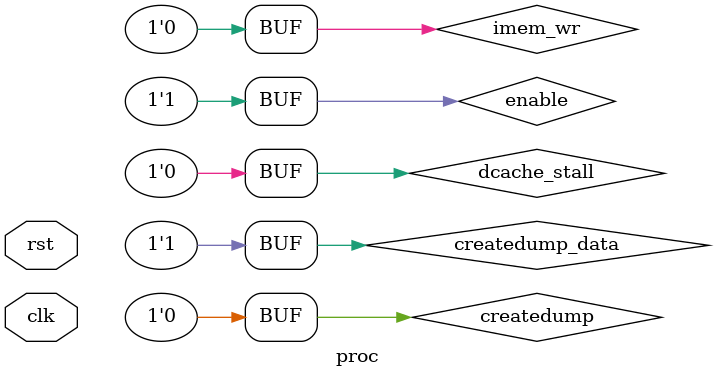
<source format=v>
`timescale 1us/100ns

`include "reg_file.v"
`include "decode.v"
`include "alu.v"
`include "memory2c.v"
`include "fetch.v"
`include "dff.v"
    
`define ALU_LD         3'b001
`define MEM_LD         3'b010
`define IMM_LD         3'b011
`define PC_LD          3'b100
`define PC_PIMM_LD     3'b101
`define NO_LD          3'b000

module proc(clk, rst);
    input wire clk, rst;

    // Enable Caches
    wire enable;
    // Instruction
    wire [31:0] instr;
    // Second value in the ALU operation
    reg [31:0] bits_b;
    // Output from ALU operation
    wire [31:0] alu_bits;
    // Bits from the data cache
    wire [31:0] dcache_bits;
    // Bits to be written to a register
    reg [31:0] reg_out_bits;
    
    // Register Numbers
    wire [4:0] a0;
    wire [4:0] a1;
    wire [4:0] a2;
    // Output data from register file
    wire [31:0] d0;
    wire [31:0] d1;
    // Immediate Value (if there is one)
    wire [31:0] imm;
    // Function Value (if there is one)
    wire [9:0] func;

    // Enables if a jump can be taken
    wire en_jmp;
    // Enables unconditional jumps
    wire en_uncond_jmp;
    // Enables unconditional jump relative to value in a register
    wire en_rel_reg_jmp;
    // Enables if a branch is going to be be taken or not
    wire en_branch;
    // Enables the use of immediates
    wire en_imm;
    // Enables a write to the register
    wire en_reg_wr;
    // Enables a write to memory
    wire en_mem_wr;
    // Value that determines which value is put on the register write bus
    wire [2:0] ld_code;
     
    wire [31:0] curr_addr_step;
    wire [31:0] curr_addr_addval;
    wire [31:0] curr_addr;
    wire icache_stall;
    wire dcache_stall;
    wire stall;
    wire jump_taken;
    wire hazards_stage2;

    assign enable = 1'b1;
    assign createdump_data = 1'b1;
    assign dcache_stall = 1'b0;
    assign stall = dcache_stall | icache_stall;
    assign jump_taken = (en_jmp & ~hazards_stage2) & (en_rel_reg_jmp | en_uncond_jmp | en_branch);      

    latch hazards_latch (.q(hazards_stage2), .d(jump_taken), .stall(stall), .clk(clk), .rst(rst));

    // Fetch Stage
    fetch fet (.instr(instr), .curr_addr_step_out(curr_addr_step), .curr_addr_addval_out(curr_addr_addval), .curr_addr_out(curr_addr), 
               .icache_status(icache_stall), .jump_taken(jump_taken), .alu_bits(alu_bits), .curr_addr_in(curr_addr), .en_uncond_jmp(en_uncond_jmp), 
               .en_rel_reg_jmp(en_rel_reg_jmp), .en_branch(en_branch), .en_jmp(en_jmp & ~hazards_stage2), .imm(imm), .stall(stall), .clk(clk), 
               .rst(rst));
    // Decode Stage
    decode dec (.instr(instr), .a0(a0), .a1(a1), .a2(a2), .imm(imm), .func(func), .en_jmp(en_jmp), .en_uncond_jmp(en_uncond_jmp), .en_imm(en_imm), .en_reg_wr(en_reg_wr), .en_mem_wr(en_mem_wr), .en_rel_reg_jmp(en_rel_reg_jmp), .ld_code(ld_code));
    // Register File
    reg_file regs (.a0(a0), .a1(a1), .a2(a2), .din(reg_out_bits), .reg_wr(en_reg_wr & ~hazards_stage2), .d0(d0), .d1(d1), .clk(clk), .rst(rst));
    // ALU
    alu a(.bits_a(d0), .bits_b(bits_b), .func(func), .out_bits(alu_bits), .compare_val(en_branch));
    // Data Cache
    memory2c dcache (.data_out(dcache_bits), .data_in(d1), .addr(alu_bits), .enable(enable), .wr(en_mem_wr & ~hazards_stage2), .createdump(createdump_data), .clk(clk), .rst(rst));

    assign enable = 1'b1;
    assign createdump = 1'b0;
    assign imem_wr = 1'b0;

    always @(*) begin

        // Mux to Determine Register Write Back
        case({ld_code})
            `ALU_LD: begin
                 reg_out_bits <= alu_bits;
             end
            `MEM_LD: begin
                 reg_out_bits <= dcache_bits;
             end
            `IMM_LD: begin
                 reg_out_bits <= imm;
             end
             `PC_LD: begin
                 reg_out_bits <= curr_addr_step;
             end
             `PC_PIMM_LD: begin
                 reg_out_bits <= curr_addr_addval;
             end
             default: begin
                 reg_out_bits <= curr_addr_step;
             end
        endcase
    end
endmodule
        
</source>
